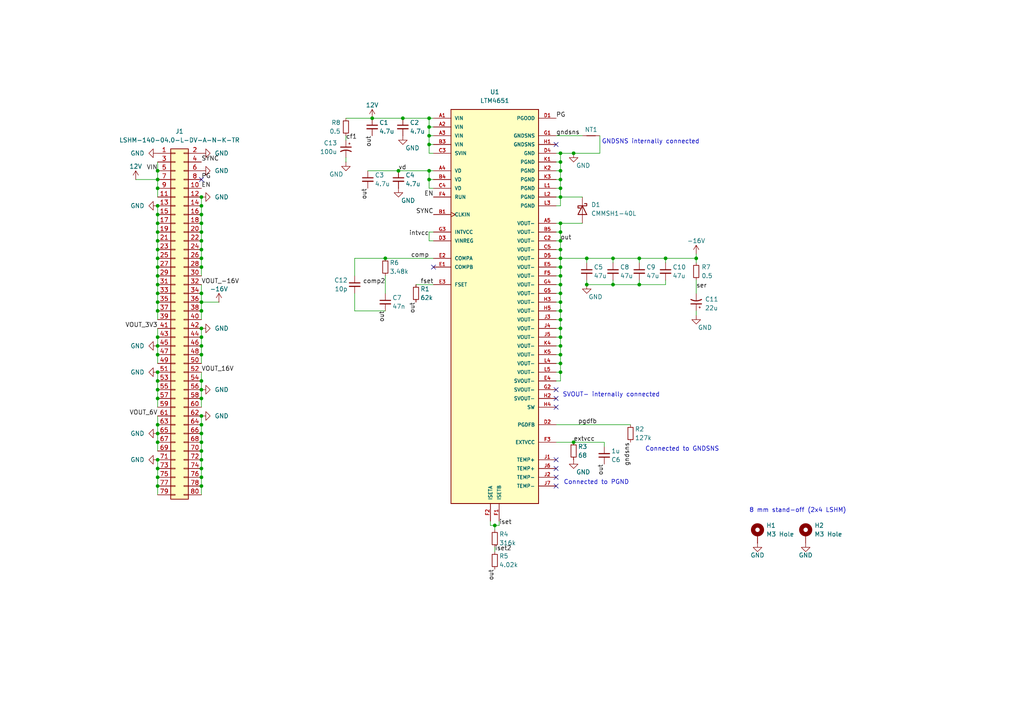
<source format=kicad_sch>
(kicad_sch (version 20250114) (generator "eeschema") (generator_version "9.0")
  (paper "A4")
  (lib_symbols
    (symbol "Connector_Generic:Conn_02x40_Odd_Even" (pin_names (offset 1.016) (hide yes))
      (property "Reference" "J" (at 1.27 50.8 0))
      (property "Value" "Conn_02x40_Odd_Even" (at 1.27 -53.34 0))
      (symbol "Conn_02x40_Odd_Even_1_1"
        (pin passive line (at -5.08 48.26 0) (length 3.81) (name "Pin_1") (number "1"))
        (pin passive line (at -5.08 45.72 0) (length 3.81) (name "Pin_3") (number "3"))
        (pin passive line (at -5.08 43.18 0) (length 3.81) (name "Pin_5") (number "5"))
        (pin passive line (at -5.08 40.64 0) (length 3.81) (name "Pin_7") (number "7"))
        (pin passive line (at -5.08 38.1 0) (length 3.81) (name "Pin_9") (number "9"))
        (pin passive line (at -5.08 35.56 0) (length 3.81) (name "Pin_11") (number "11"))
        (pin passive line (at -5.08 33.02 0) (length 3.81) (name "Pin_13") (number "13"))
        (pin passive line (at -5.08 30.48 0) (length 3.81) (name "Pin_15") (number "15"))
        (pin passive line (at -5.08 27.94 0) (length 3.81) (name "Pin_17") (number "17"))
        (pin passive line (at -5.08 25.4 0) (length 3.81) (name "Pin_19") (number "19"))
        (pin passive line (at -5.08 22.86 0) (length 3.81) (name "Pin_21") (number "21"))
        (pin passive line (at -5.08 20.32 0) (length 3.81) (name "Pin_23") (number "23"))
        (pin passive line (at -5.08 17.78 0) (length 3.81) (name "Pin_25") (number "25"))
        (pin passive line (at -5.08 15.24 0) (length 3.81) (name "Pin_27") (number "27"))
        (pin passive line (at -5.08 12.7 0) (length 3.81) (name "Pin_29") (number "29"))
        (pin passive line (at -5.08 10.16 0) (length 3.81) (name "Pin_31") (number "31"))
        (pin passive line (at -5.08 7.62 0) (length 3.81) (name "Pin_33") (number "33"))
        (pin passive line (at -5.08 5.08 0) (length 3.81) (name "Pin_35") (number "35"))
        (pin passive line (at -5.08 2.54 0) (length 3.81) (name "Pin_37") (number "37"))
        (pin passive line (at -5.08 0 0) (length 3.81) (name "Pin_39") (number "39"))
        (pin passive line (at -5.08 -2.54 0) (length 3.81) (name "Pin_41") (number "41"))
        (pin passive line (at -5.08 -5.08 0) (length 3.81) (name "Pin_43") (number "43"))
        (pin passive line (at -5.08 -7.62 0) (length 3.81) (name "Pin_45") (number "45"))
        (pin passive line (at -5.08 -10.16 0) (length 3.81) (name "Pin_47") (number "47"))
        (pin passive line (at -5.08 -12.7 0) (length 3.81) (name "Pin_49") (number "49"))
        (pin passive line (at -5.08 -15.24 0) (length 3.81) (name "Pin_51") (number "51"))
        (pin passive line (at -5.08 -17.78 0) (length 3.81) (name "Pin_53") (number "53"))
        (pin passive line (at -5.08 -20.32 0) (length 3.81) (name "Pin_55") (number "55"))
        (pin passive line (at -5.08 -22.86 0) (length 3.81) (name "Pin_57") (number "57"))
        (pin passive line (at -5.08 -25.4 0) (length 3.81) (name "Pin_59") (number "59"))
        (pin passive line (at -5.08 -27.94 0) (length 3.81) (name "Pin_61") (number "61"))
        (pin passive line (at -5.08 -30.48 0) (length 3.81) (name "Pin_63") (number "63"))
        (pin passive line (at -5.08 -33.02 0) (length 3.81) (name "Pin_65") (number "65"))
        (pin passive line (at -5.08 -35.56 0) (length 3.81) (name "Pin_67") (number "67"))
        (pin passive line (at -5.08 -38.1 0) (length 3.81) (name "Pin_69") (number "69"))
        (pin passive line (at -5.08 -40.64 0) (length 3.81) (name "Pin_71") (number "71"))
        (pin passive line (at -5.08 -43.18 0) (length 3.81) (name "Pin_73") (number "73"))
        (pin passive line (at -5.08 -45.72 0) (length 3.81) (name "Pin_75") (number "75"))
        (pin passive line (at -5.08 -48.26 0) (length 3.81) (name "Pin_77") (number "77"))
        (pin passive line (at -5.08 -50.8 0) (length 3.81) (name "Pin_79") (number "79"))
        (pin passive line (at 7.62 48.26 180) (length 3.81) (name "Pin_2") (number "2"))
        (pin passive line (at 7.62 45.72 180) (length 3.81) (name "Pin_4") (number "4"))
        (pin passive line (at 7.62 43.18 180) (length 3.81) (name "Pin_6") (number "6"))
        (pin passive line (at 7.62 40.64 180) (length 3.81) (name "Pin_8") (number "8"))
        (pin passive line (at 7.62 38.1 180) (length 3.81) (name "Pin_10") (number "10"))
        (pin passive line (at 7.62 35.56 180) (length 3.81) (name "Pin_12") (number "12"))
        (pin passive line (at 7.62 33.02 180) (length 3.81) (name "Pin_14") (number "14"))
        (pin passive line (at 7.62 30.48 180) (length 3.81) (name "Pin_16") (number "16"))
        (pin passive line (at 7.62 27.94 180) (length 3.81) (name "Pin_18") (number "18"))
        (pin passive line (at 7.62 25.4 180) (length 3.81) (name "Pin_20") (number "20"))
        (pin passive line (at 7.62 22.86 180) (length 3.81) (name "Pin_22") (number "22"))
        (pin passive line (at 7.62 20.32 180) (length 3.81) (name "Pin_24") (number "24"))
        (pin passive line (at 7.62 17.78 180) (length 3.81) (name "Pin_26") (number "26"))
        (pin passive line (at 7.62 15.24 180) (length 3.81) (name "Pin_28") (number "28"))
        (pin passive line (at 7.62 12.7 180) (length 3.81) (name "Pin_30") (number "30"))
        (pin passive line (at 7.62 10.16 180) (length 3.81) (name "Pin_32") (number "32"))
        (pin passive line (at 7.62 7.62 180) (length 3.81) (name "Pin_34") (number "34"))
        (pin passive line (at 7.62 5.08 180) (length 3.81) (name "Pin_36") (number "36"))
        (pin passive line (at 7.62 2.54 180) (length 3.81) (name "Pin_38") (number "38"))
        (pin passive line (at 7.62 0 180) (length 3.81) (name "Pin_40") (number "40"))
        (pin passive line (at 7.62 -2.54 180) (length 3.81) (name "Pin_42") (number "42"))
        (pin passive line (at 7.62 -5.08 180) (length 3.81) (name "Pin_44") (number "44"))
        (pin passive line (at 7.62 -7.62 180) (length 3.81) (name "Pin_46") (number "46"))
        (pin passive line (at 7.62 -10.16 180) (length 3.81) (name "Pin_48") (number "48"))
        (pin passive line (at 7.62 -12.7 180) (length 3.81) (name "Pin_50") (number "50"))
        (pin passive line (at 7.62 -15.24 180) (length 3.81) (name "Pin_52") (number "52"))
        (pin passive line (at 7.62 -17.78 180) (length 3.81) (name "Pin_54") (number "54"))
        (pin passive line (at 7.62 -20.32 180) (length 3.81) (name "Pin_56") (number "56"))
        (pin passive line (at 7.62 -22.86 180) (length 3.81) (name "Pin_58") (number "58"))
        (pin passive line (at 7.62 -25.4 180) (length 3.81) (name "Pin_60") (number "60"))
        (pin passive line (at 7.62 -27.94 180) (length 3.81) (name "Pin_62") (number "62"))
        (pin passive line (at 7.62 -30.48 180) (length 3.81) (name "Pin_64") (number "64"))
        (pin passive line (at 7.62 -33.02 180) (length 3.81) (name "Pin_66") (number "66"))
        (pin passive line (at 7.62 -35.56 180) (length 3.81) (name "Pin_68") (number "68"))
        (pin passive line (at 7.62 -38.1 180) (length 3.81) (name "Pin_70") (number "70"))
        (pin passive line (at 7.62 -40.64 180) (length 3.81) (name "Pin_72") (number "72"))
        (pin passive line (at 7.62 -43.18 180) (length 3.81) (name "Pin_74") (number "74"))
        (pin passive line (at 7.62 -45.72 180) (length 3.81) (name "Pin_76") (number "76"))
        (pin passive line (at 7.62 -48.26 180) (length 3.81) (name "Pin_78") (number "78"))
        (pin passive line (at 7.62 -50.8 180) (length 3.81) (name "Pin_80") (number "80"))
      )
    )
    (symbol "Device:C_Polarized_Small_US" (pin_numbers (hide yes)) (pin_names (offset 0.254) (hide yes))
      (property "Reference" "C" (at 0.254 1.778 0))
      (property "Value" "C_Polarized_Small_US" (at 0.254 -2.032 0))
      (symbol "C_Polarized_Small_US_1_1"
        (pin passive line (at 0 2.54 270) (length 2.032) (name "~") (number "1"))
        (pin passive line (at 0 -2.54 90) (length 2.032) (name "~") (number "2"))
      )
    )
    (symbol "Device:C_Small" (pin_numbers (hide yes)) (pin_names (offset 0.254) (hide yes))
      (property "Reference" "C" (at 0.254 1.778 0))
      (property "Value" "C_Small" (at 0.254 -2.032 0))
      (symbol "C_Small_1_1"
        (pin passive line (at 0 2.54 270) (length 2.032) (name "~") (number "1"))
        (pin passive line (at 0 -2.54 90) (length 2.032) (name "~") (number "2"))
      )
    )
    (symbol "Device:D_Schottky" (pin_numbers (hide yes)) (pin_names (offset 1.016) (hide yes))
      (property "Reference" "D" (at 0 2.54 0))
      (property "Value" "D_Schottky" (at 0 -2.54 0))
      (symbol "D_Schottky_1_1"
        (pin passive line (at -3.81 0 0) (length 2.54) (name "K") (number "1"))
        (pin passive line (at 3.81 0 180) (length 2.54) (name "A") (number "2"))
      )
    )
    (symbol "Device:NetTie_2" (pin_numbers (hide yes)) (pin_names (offset 0) (hide yes)) (in_bom no)
      (property "Reference" "NT" (at 0 1.27 0))
      (property "Value" "NetTie_2" (at 0 -1.27 0))
      (symbol "NetTie_2_1_1"
        (pin passive line (at -2.54 0 0) (length 2.54) (name "1") (number "1"))
        (pin passive line (at 2.54 0 180) (length 2.54) (name "2") (number "2"))
      )
    )
    (symbol "Device:R_Small" (pin_numbers (hide yes)) (pin_names (offset 0.254) (hide yes))
      (property "Reference" "R" (at 0 0 90))
      (property "Value" "R_Small" (at 1.778 0 90))
      (symbol "R_Small_1_1"
        (pin passive line (at 0 2.54 270) (length 0.762) (name "~") (number "1"))
        (pin passive line (at 0 -2.54 90) (length 0.762) (name "~") (number "2"))
      )
    )
    (symbol "Mechanical:MountingHole_Pad" (pin_numbers (hide yes)) (pin_names (offset 1.016) (hide yes)) (in_bom no)
      (property "Reference" "H" (at 0 6.35 0))
      (property "Value" "MountingHole_Pad" (at 0 4.445 0))
      (symbol "MountingHole_Pad_1_1"
        (pin input line (at 0 -2.54 90) (length 2.54) (name "1") (number "1"))
      )
    )
    (symbol "lib:LTM4651EY_PBF" (pin_names (offset 1.016))
      (property "Reference" "U" (at -12.7 36.449 0))
      (property "Value" "LTM4651EY_PBF" (at -3.048 -106.172 0))
      (symbol "LTM4651EY_PBF_0_0"
        (pin input line (at -17.78 33.02 0) (length 5.08) (name "VIN") (number "A1"))
        (pin input line (at -17.78 22.86 0) (length 5.08) (name "SVIN") (number "C3"))
        (pin output line (at -17.78 17.78 0) (length 5.08) (name "VD") (number "A4"))
        (pin input line (at -17.78 10.16 0) (length 5.08) (name "RUN") (number "F4"))
        (pin input clock (at -17.78 5.08 0) (length 5.08) (name "CLKIN") (number "B1"))
        (pin output line (at -17.78 0 0) (length 5.08) (name "INTVCC") (number "G3"))
        (pin input line (at -17.78 -2.54 0) (length 5.08) (name "VINREG") (number "D3"))
        (pin passive line (at -17.78 -7.62 0) (length 5.08) (name "COMPA") (number "E2"))
        (pin passive line (at -17.78 -10.16 0) (length 5.08) (name "COMPB") (number "E1"))
        (pin input line (at -17.78 -15.24 0) (length 5.08) (name "FSET") (number "E3"))
        (pin input line (at -1.27 -83.82 90) (length 5.08) (name "ISETA") (number "F2"))
        (pin input line (at 1.27 -83.82 90) (length 5.08) (name "ISETB") (number "F1"))
        (pin output line (at 17.78 33.02 180) (length 5.08) (name "PGOOD") (number "D1"))
        (pin power_in line (at 17.78 27.94 180) (length 5.08) (name "GNDSNS") (number "G1"))
        (pin power_in line (at 17.78 22.86 180) (length 5.08) (name "GND") (number "D4"))
        (pin power_in line (at 17.78 20.32 180) (length 5.08) (name "PGND") (number "K1"))
        (pin output line (at 17.78 2.54 180) (length 5.08) (name "VOUT-") (number "A5"))
        (pin input line (at 17.78 -43.18 180) (length 5.08) (name "SVOUT-") (number "E4"))
        (pin output line (at 17.78 -50.8 180) (length 5.08) (name "SW") (number "H4"))
        (pin input line (at 17.78 -55.88 180) (length 5.08) (name "PGDFB") (number "D2"))
        (pin input line (at 17.78 -60.96 180) (length 5.08) (name "EXTVCC") (number "F3"))
        (pin input line (at 17.78 -66.04 180) (length 5.08) (name "TEMP+") (number "J1"))
        (pin input line (at 17.78 -71.12 180) (length 5.08) (name "TEMP-") (number "J2"))
      )
      (symbol "LTM4651EY_PBF_1_0"
        (pin input line (at -17.78 30.48 0) (length 5.08) (name "VIN") (number "A2"))
        (pin input line (at -17.78 27.94 0) (length 5.08) (name "VIN") (number "A3"))
        (pin input line (at -17.78 25.4 0) (length 5.08) (name "VIN") (number "B3"))
        (pin output line (at -17.78 15.24 0) (length 5.08) (name "VD") (number "B4"))
        (pin output line (at -17.78 12.7 0) (length 5.08) (name "VD") (number "C4"))
        (pin power_in line (at 17.78 25.4 180) (length 5.08) (name "GNDSNS") (number "H1"))
        (pin power_in line (at 17.78 17.78 180) (length 5.08) (name "PGND") (number "K2"))
        (pin power_in line (at 17.78 15.24 180) (length 5.08) (name "PGND") (number "K3"))
        (pin power_in line (at 17.78 12.7 180) (length 5.08) (name "PGND") (number "L1"))
        (pin power_in line (at 17.78 10.16 180) (length 5.08) (name "PGND") (number "L2"))
        (pin power_in line (at 17.78 7.62 180) (length 5.08) (name "PGND") (number "L3"))
        (pin output line (at 17.78 0 180) (length 5.08) (name "VOUT-") (number "B5"))
        (pin output line (at 17.78 -2.54 180) (length 5.08) (name "VOUT-") (number "C2"))
        (pin output line (at 17.78 -5.08 180) (length 5.08) (name "VOUT-") (number "C5"))
        (pin output line (at 17.78 -7.62 180) (length 5.08) (name "VOUT-") (number "D5"))
        (pin output line (at 17.78 -10.16 180) (length 5.08) (name "VOUT-") (number "E5"))
        (pin output line (at 17.78 -12.7 180) (length 5.08) (name "VOUT-") (number "F5"))
        (pin output line (at 17.78 -15.24 180) (length 5.08) (name "VOUT-") (number "G4"))
        (pin output line (at 17.78 -17.78 180) (length 5.08) (name "VOUT-") (number "G5"))
        (pin output line (at 17.78 -20.32 180) (length 5.08) (name "VOUT-") (number "H3"))
        (pin output line (at 17.78 -22.86 180) (length 5.08) (name "VOUT-") (number "H5"))
        (pin output line (at 17.78 -25.4 180) (length 5.08) (name "VOUT-") (number "J3"))
        (pin output line (at 17.78 -27.94 180) (length 5.08) (name "VOUT-") (number "J4"))
        (pin output line (at 17.78 -30.48 180) (length 5.08) (name "VOUT-") (number "J5"))
        (pin output line (at 17.78 -33.02 180) (length 5.08) (name "VOUT-") (number "K4"))
        (pin output line (at 17.78 -35.56 180) (length 5.08) (name "VOUT-") (number "K5"))
        (pin output line (at 17.78 -38.1 180) (length 5.08) (name "VOUT-") (number "L4"))
        (pin output line (at 17.78 -40.64 180) (length 5.08) (name "VOUT-") (number "L5"))
        (pin input line (at 17.78 -45.72 180) (length 5.08) (name "SVOUT-") (number "G2"))
        (pin input line (at 17.78 -48.26 180) (length 5.08) (name "SVOUT-") (number "H2"))
        (pin input line (at 17.78 -68.58 180) (length 5.08) (name "TEMP+") (number "J6"))
        (pin input line (at 17.78 -73.66 180) (length 5.08) (name "TEMP-") (number "J7"))
        (pin no_connect line (at 64.77 -74.93 180) (length 5.08) (hide yes) (name "NC") (number "A6"))
        (pin no_connect line (at 64.77 -77.47 180) (length 5.08) (hide yes) (name "NC__1") (number "A7"))
        (pin no_connect line (at 64.77 -80.01 180) (length 5.08) (hide yes) (name "NC__2") (number "B2"))
        (pin no_connect line (at 64.77 -82.55 180) (length 5.08) (hide yes) (name "NC__3") (number "B6"))
        (pin no_connect line (at 64.77 -85.09 180) (length 5.08) (hide yes) (name "NC__4") (number "B7"))
        (pin no_connect line (at 64.77 -87.63 180) (length 5.08) (hide yes) (name "NC__5") (number "C1"))
        (pin no_connect line (at 64.77 -90.17 180) (length 5.08) (hide yes) (name "NC__6") (number "C6"))
        (pin no_connect line (at 64.77 -92.71 180) (length 5.08) (hide yes) (name "NC__7") (number "C7"))
        (pin no_connect line (at 64.77 -95.25 180) (length 5.08) (hide yes) (name "NC__8") (number "D6"))
        (pin no_connect line (at 64.77 -97.79 180) (length 5.08) (hide yes) (name "NC__9") (number "D7"))
        (pin no_connect line (at 64.77 -100.33 180) (length 5.08) (hide yes) (name "NC__10") (number "E6"))
        (pin no_connect line (at 64.77 -102.87 180) (length 5.08) (hide yes) (name "NC__11") (number "E7"))
        (pin no_connect line (at 64.77 -105.41 180) (length 5.08) (hide yes) (name "NC__12") (number "F6"))
        (pin no_connect line (at 64.77 -107.95 180) (length 5.08) (hide yes) (name "NC__13") (number "F7"))
        (pin no_connect line (at 64.77 -110.49 180) (length 5.08) (hide yes) (name "NC__14") (number "G6"))
        (pin no_connect line (at 64.77 -113.03 180) (length 5.08) (hide yes) (name "NC__15") (number "G7"))
        (pin no_connect line (at 64.77 -115.57 180) (length 5.08) (hide yes) (name "NC__16") (number "H6"))
        (pin no_connect line (at 64.77 -118.11 180) (length 5.08) (hide yes) (name "NC__17") (number "H7"))
        (pin no_connect line (at 64.77 -120.65 180) (length 5.08) (hide yes) (name "NC__18") (number "K6"))
        (pin no_connect line (at 64.77 -123.19 180) (length 5.08) (hide yes) (name "NC__19") (number "K7"))
        (pin no_connect line (at 64.77 -125.73 180) (length 5.08) (hide yes) (name "NC__20") (number "L6"))
        (pin no_connect line (at 64.77 -128.27 180) (length 5.08) (hide yes) (name "NC__21") (number "L7"))
      )
    )
    (symbol "power:+12V" (power) (pin_numbers (hide yes)) (pin_names (offset 0) (hide yes))
      (property "Value" "+12V" (at 0 3.556 0))
      (symbol "+12V_1_1"
        (pin power_in line (at 0 0 90) (length 0) (name "~") (number "1"))
      )
    )
    (symbol "power:GND" (power) (pin_numbers (hide yes)) (pin_names (offset 0) (hide yes))
      (property "Value" "GND" (at 0 -3.81 0))
      (symbol "GND_1_1"
        (pin power_in line (at 0 0 270) (length 0) (name "~") (number "1"))
      )
    )
  )
  (text "SVOUT- internally connected\n" (at 177.292 114.554 0) (effects (font (size 1.27 1.27))))
  (text "8 mm stand-off (2x4 LSHM)" (at 231.394 148.082 0) (effects (font (size 1.27 1.27))))
  (text "Connected to GNDSNS\n" (at 197.866 130.302 0) (effects (font (size 1.27 1.27))))
  (text "GNDSNS internally connected\n" (at 188.722 41.148 0) (effects (font (size 1.27 1.27))))
  (text "Connected to PGND" (at 172.974 139.954 0) (effects (font (size 1.27 1.27))))
  (junction (at 58.42 140.97))
  (junction (at 45.72 128.27))
  (junction (at 162.56 95.25))
  (junction (at 162.56 54.61))
  (junction (at 124.46 52.07))
  (junction (at 58.42 59.69))
  (junction (at 58.42 74.93))
  (junction (at 162.56 107.95))
  (junction (at 143.51 152.4))
  (junction (at 45.72 80.01))
  (junction (at 58.42 123.19))
  (junction (at 45.72 133.35))
  (junction (at 124.46 39.37))
  (junction (at 58.42 85.09))
  (junction (at 58.42 128.27))
  (junction (at 162.56 57.15))
  (junction (at 45.72 74.93))
  (junction (at 58.42 130.81))
  (junction (at 45.72 62.23))
  (junction (at 58.42 113.03))
  (junction (at 162.56 67.31))
  (junction (at 45.72 138.43))
  (junction (at 107.95 34.29))
  (junction (at 170.18 82.55))
  (junction (at 58.42 133.35))
  (junction (at 58.42 110.49))
  (junction (at 170.18 74.93))
  (junction (at 58.42 138.43))
  (junction (at 45.72 69.85))
  (junction (at 45.72 135.89))
  (junction (at 58.42 135.89))
  (junction (at 45.72 125.73))
  (junction (at 162.56 92.71))
  (junction (at 45.72 123.19))
  (junction (at 58.42 67.31))
  (junction (at 58.42 120.65))
  (junction (at 45.72 82.55))
  (junction (at 45.72 49.53))
  (junction (at 58.42 64.77))
  (junction (at 58.42 100.33))
  (junction (at 45.72 72.39))
  (junction (at 162.56 100.33))
  (junction (at 58.42 102.87))
  (junction (at 45.72 100.33))
  (junction (at 45.72 87.63))
  (junction (at 124.46 34.29))
  (junction (at 162.56 46.99))
  (junction (at 162.56 77.47))
  (junction (at 45.72 113.03))
  (junction (at 116.84 34.29))
  (junction (at 58.42 87.63))
  (junction (at 45.72 97.79))
  (junction (at 58.42 90.17))
  (junction (at 166.37 128.27))
  (junction (at 45.72 90.17))
  (junction (at 162.56 97.79))
  (junction (at 58.42 77.47))
  (junction (at 45.72 102.87))
  (junction (at 58.42 72.39))
  (junction (at 162.56 87.63))
  (junction (at 193.04 74.93))
  (junction (at 162.56 85.09))
  (junction (at 162.56 105.41))
  (junction (at 162.56 74.93))
  (junction (at 58.42 57.15))
  (junction (at 45.72 140.97))
  (junction (at 45.72 67.31))
  (junction (at 45.72 110.49))
  (junction (at 162.56 69.85))
  (junction (at 58.42 62.23))
  (junction (at 115.57 49.53))
  (junction (at 162.56 72.39))
  (junction (at 185.42 74.93))
  (junction (at 58.42 125.73))
  (junction (at 124.46 41.91))
  (junction (at 124.46 36.83))
  (junction (at 58.42 69.85))
  (junction (at 45.72 54.61))
  (junction (at 162.56 64.77))
  (junction (at 162.56 102.87))
  (junction (at 45.72 107.95))
  (junction (at 111.76 74.93))
  (junction (at 162.56 44.45))
  (junction (at 177.8 82.55))
  (junction (at 58.42 97.79))
  (junction (at 45.72 85.09))
  (junction (at 162.56 82.55))
  (junction (at 162.56 52.07))
  (junction (at 58.42 95.25))
  (junction (at 45.72 115.57))
  (junction (at 185.42 82.55))
  (junction (at 124.46 49.53))
  (junction (at 45.72 52.07))
  (junction (at 201.93 74.93))
  (junction (at 162.56 80.01))
  (junction (at 45.72 77.47))
  (junction (at 58.42 115.57))
  (junction (at 166.37 44.45))
  (junction (at 45.72 59.69))
  (junction (at 162.56 90.17))
  (junction (at 45.72 64.77))
  (junction (at 162.56 49.53))
  (junction (at 177.8 74.93))
  (no_connect (at 161.29 138.43))
  (no_connect (at 161.29 113.03))
  (no_connect (at 161.29 133.35))
  (no_connect (at 161.29 118.11))
  (no_connect (at 125.73 77.47))
  (no_connect (at 58.42 52.07))
  (no_connect (at 161.29 135.89))
  (no_connect (at 161.29 140.97))
  (no_connect (at 161.29 115.57))
  (no_connect (at 161.29 41.91))
  (wire (pts (xy 161.29 77.47) (xy 162.56 77.47)))
  (wire (pts (xy 162.56 46.99) (xy 162.56 44.45)))
  (wire (pts (xy 102.87 85.09) (xy 102.87 90.17)))
  (wire (pts (xy 125.73 44.45) (xy 124.46 44.45)))
  (wire (pts (xy 161.29 97.79) (xy 162.56 97.79)))
  (wire (pts (xy 144.78 151.13) (xy 144.78 152.4)))
  (wire (pts (xy 161.29 69.85) (xy 162.56 69.85)))
  (wire (pts (xy 45.72 138.43) (xy 45.72 140.97)))
  (wire (pts (xy 45.72 120.65) (xy 45.72 123.19)))
  (wire (pts (xy 162.56 57.15) (xy 162.56 54.61)))
  (wire (pts (xy 58.42 107.95) (xy 58.42 110.49)))
  (wire (pts (xy 45.72 140.97) (xy 45.72 143.51)))
  (wire (pts (xy 58.42 77.47) (xy 58.42 80.01)))
  (wire (pts (xy 45.72 67.31) (xy 45.72 69.85)))
  (wire (pts (xy 161.29 92.71) (xy 162.56 92.71)))
  (wire (pts (xy 124.46 36.83) (xy 125.73 36.83)))
  (wire (pts (xy 161.29 39.37) (xy 168.91 39.37)))
  (wire (pts (xy 58.42 113.03) (xy 58.42 115.57)))
  (wire (pts (xy 58.42 85.09) (xy 58.42 87.63)))
  (wire (pts (xy 161.29 80.01) (xy 162.56 80.01)))
  (wire (pts (xy 201.93 76.2) (xy 201.93 74.93)))
  (wire (pts (xy 142.24 151.13) (xy 142.24 152.4)))
  (wire (pts (xy 124.46 44.45) (xy 124.46 41.91)))
  (wire (pts (xy 162.56 44.45) (xy 161.29 44.45)))
  (wire (pts (xy 161.29 46.99) (xy 162.56 46.99)))
  (wire (pts (xy 45.72 54.61) (xy 45.72 57.15)))
  (wire (pts (xy 58.42 140.97) (xy 58.42 143.51)))
  (wire (pts (xy 162.56 57.15) (xy 168.91 57.15)))
  (wire (pts (xy 102.87 80.01) (xy 102.87 74.93)))
  (wire (pts (xy 58.42 87.63) (xy 58.42 90.17)))
  (wire (pts (xy 58.42 97.79) (xy 58.42 100.33)))
  (wire (pts (xy 162.56 59.69) (xy 162.56 57.15)))
  (wire (pts (xy 161.29 107.95) (xy 162.56 107.95)))
  (wire (pts (xy 162.56 102.87) (xy 162.56 105.41)))
  (wire (pts (xy 45.72 82.55) (xy 45.72 85.09)))
  (wire (pts (xy 45.72 52.07) (xy 45.72 54.61)))
  (wire (pts (xy 107.95 34.29) (xy 116.84 34.29)))
  (wire (pts (xy 45.72 107.95) (xy 45.72 110.49)))
  (wire (pts (xy 45.72 115.57) (xy 45.72 118.11)))
  (wire (pts (xy 125.73 52.07) (xy 124.46 52.07)))
  (wire (pts (xy 45.72 123.19) (xy 45.72 125.73)))
  (wire (pts (xy 58.42 128.27) (xy 58.42 130.81)))
  (wire (pts (xy 185.42 81.28) (xy 185.42 82.55)))
  (wire (pts (xy 142.24 152.4) (xy 143.51 152.4)))
  (wire (pts (xy 162.56 90.17) (xy 162.56 92.71)))
  (wire (pts (xy 45.72 113.03) (xy 45.72 115.57)))
  (wire (pts (xy 170.18 74.93) (xy 177.8 74.93)))
  (wire (pts (xy 45.72 64.77) (xy 45.72 67.31)))
  (wire (pts (xy 177.8 82.55) (xy 185.42 82.55)))
  (wire (pts (xy 143.51 153.67) (xy 143.51 152.4)))
  (wire (pts (xy 201.93 74.93) (xy 193.04 74.93)))
  (wire (pts (xy 124.46 67.31) (xy 124.46 69.85)))
  (wire (pts (xy 161.29 110.49) (xy 162.56 110.49)))
  (wire (pts (xy 161.29 128.27) (xy 166.37 128.27)))
  (wire (pts (xy 58.42 130.81) (xy 58.42 133.35)))
  (wire (pts (xy 175.26 129.54) (xy 175.26 128.27)))
  (wire (pts (xy 170.18 82.55) (xy 177.8 82.55)))
  (wire (pts (xy 161.29 90.17) (xy 162.56 90.17)))
  (wire (pts (xy 161.29 105.41) (xy 162.56 105.41)))
  (wire (pts (xy 58.42 120.65) (xy 58.42 123.19)))
  (wire (pts (xy 162.56 97.79) (xy 162.56 100.33)))
  (wire (pts (xy 193.04 74.93) (xy 185.42 74.93)))
  (wire (pts (xy 58.42 62.23) (xy 58.42 64.77)))
  (wire (pts (xy 45.72 125.73) (xy 45.72 128.27)))
  (wire (pts (xy 161.29 82.55) (xy 162.56 82.55)))
  (wire (pts (xy 45.72 49.53) (xy 45.72 46.99)))
  (wire (pts (xy 100.33 34.29) (xy 107.95 34.29)))
  (wire (pts (xy 58.42 57.15) (xy 58.42 59.69)))
  (wire (pts (xy 166.37 44.45) (xy 173.99 44.45)))
  (wire (pts (xy 193.04 81.28) (xy 193.04 82.55)))
  (wire (pts (xy 58.42 138.43) (xy 58.42 140.97)))
  (wire (pts (xy 58.42 64.77) (xy 58.42 67.31)))
  (wire (pts (xy 185.42 74.93) (xy 177.8 74.93)))
  (wire (pts (xy 162.56 74.93) (xy 170.18 74.93)))
  (wire (pts (xy 111.76 85.09) (xy 111.76 80.01)))
  (wire (pts (xy 161.29 52.07) (xy 162.56 52.07)))
  (wire (pts (xy 124.46 34.29) (xy 125.73 34.29)))
  (wire (pts (xy 45.72 128.27) (xy 45.72 130.81)))
  (wire (pts (xy 124.46 39.37) (xy 125.73 39.37)))
  (wire (pts (xy 161.29 100.33) (xy 162.56 100.33)))
  (wire (pts (xy 45.72 74.93) (xy 45.72 77.47)))
  (wire (pts (xy 124.46 49.53) (xy 125.73 49.53)))
  (wire (pts (xy 201.93 85.09) (xy 201.93 81.28)))
  (wire (pts (xy 161.29 85.09) (xy 162.56 85.09)))
  (wire (pts (xy 161.29 95.25) (xy 162.56 95.25)))
  (wire (pts (xy 45.72 72.39) (xy 45.72 74.93)))
  (wire (pts (xy 175.26 128.27) (xy 166.37 128.27)))
  (wire (pts (xy 201.93 73.66) (xy 201.93 74.93)))
  (wire (pts (xy 162.56 100.33) (xy 162.56 102.87)))
  (wire (pts (xy 162.56 64.77) (xy 168.91 64.77)))
  (wire (pts (xy 162.56 74.93) (xy 162.56 77.47)))
  (wire (pts (xy 125.73 54.61) (xy 124.46 54.61)))
  (wire (pts (xy 58.42 74.93) (xy 58.42 77.47)))
  (wire (pts (xy 162.56 69.85) (xy 162.56 72.39)))
  (wire (pts (xy 124.46 39.37) (xy 124.46 36.83)))
  (wire (pts (xy 161.29 59.69) (xy 162.56 59.69)))
  (wire (pts (xy 45.72 133.35) (xy 45.72 135.89)))
  (wire (pts (xy 161.29 49.53) (xy 162.56 49.53)))
  (wire (pts (xy 161.29 72.39) (xy 162.56 72.39)))
  (wire (pts (xy 162.56 95.25) (xy 162.56 97.79)))
  (wire (pts (xy 162.56 87.63) (xy 162.56 90.17)))
  (wire (pts (xy 45.72 97.79) (xy 45.72 100.33)))
  (wire (pts (xy 102.87 90.17) (xy 111.76 90.17)))
  (wire (pts (xy 124.46 49.53) (xy 124.46 52.07)))
  (wire (pts (xy 58.42 125.73) (xy 58.42 128.27)))
  (wire (pts (xy 58.42 135.89) (xy 58.42 138.43)))
  (wire (pts (xy 201.93 91.44) (xy 201.93 90.17)))
  (wire (pts (xy 161.29 74.93) (xy 162.56 74.93)))
  (wire (pts (xy 162.56 72.39) (xy 162.56 74.93)))
  (wire (pts (xy 193.04 76.2) (xy 193.04 74.93)))
  (wire (pts (xy 173.99 39.37) (xy 173.99 44.45)))
  (wire (pts (xy 58.42 67.31) (xy 58.42 69.85)))
  (wire (pts (xy 161.29 123.19) (xy 182.88 123.19)))
  (wire (pts (xy 162.56 77.47) (xy 162.56 80.01)))
  (wire (pts (xy 45.72 87.63) (xy 45.72 90.17)))
  (wire (pts (xy 45.72 62.23) (xy 45.72 64.77)))
  (wire (pts (xy 45.72 100.33) (xy 45.72 102.87)))
  (wire (pts (xy 161.29 67.31) (xy 162.56 67.31)))
  (wire (pts (xy 100.33 45.72) (xy 100.33 46.99)))
  (wire (pts (xy 58.42 69.85) (xy 58.42 72.39)))
  (wire (pts (xy 45.72 110.49) (xy 45.72 113.03)))
  (wire (pts (xy 45.72 102.87) (xy 45.72 105.41)))
  (wire (pts (xy 162.56 80.01) (xy 162.56 82.55)))
  (wire (pts (xy 170.18 82.55) (xy 170.18 81.28)))
  (wire (pts (xy 161.29 54.61) (xy 162.56 54.61)))
  (wire (pts (xy 45.72 49.53) (xy 45.72 52.07)))
  (wire (pts (xy 115.57 49.53) (xy 124.46 49.53)))
  (wire (pts (xy 161.29 102.87) (xy 162.56 102.87)))
  (wire (pts (xy 124.46 69.85) (xy 125.73 69.85)))
  (wire (pts (xy 162.56 64.77) (xy 162.56 67.31)))
  (wire (pts (xy 124.46 52.07) (xy 124.46 54.61)))
  (wire (pts (xy 124.46 36.83) (xy 124.46 34.29)))
  (wire (pts (xy 162.56 105.41) (xy 162.56 107.95)))
  (wire (pts (xy 45.72 135.89) (xy 45.72 138.43)))
  (wire (pts (xy 162.56 44.45) (xy 166.37 44.45)))
  (wire (pts (xy 58.42 72.39) (xy 58.42 74.93)))
  (wire (pts (xy 143.51 152.4) (xy 144.78 152.4)))
  (wire (pts (xy 45.72 80.01) (xy 45.72 82.55)))
  (wire (pts (xy 177.8 74.93) (xy 177.8 76.2)))
  (wire (pts (xy 58.42 90.17) (xy 58.42 92.71)))
  (wire (pts (xy 58.42 100.33) (xy 58.42 102.87)))
  (wire (pts (xy 120.65 82.55) (xy 125.73 82.55)))
  (wire (pts (xy 100.33 40.64) (xy 100.33 39.37)))
  (wire (pts (xy 143.51 160.02) (xy 143.51 158.75)))
  (wire (pts (xy 102.87 74.93) (xy 111.76 74.93)))
  (wire (pts (xy 58.42 95.25) (xy 58.42 97.79)))
  (wire (pts (xy 162.56 49.53) (xy 162.56 46.99)))
  (wire (pts (xy 161.29 64.77) (xy 162.56 64.77)))
  (wire (pts (xy 177.8 81.28) (xy 177.8 82.55)))
  (wire (pts (xy 58.42 102.87) (xy 58.42 105.41)))
  (wire (pts (xy 162.56 54.61) (xy 162.56 52.07)))
  (wire (pts (xy 58.42 115.57) (xy 58.42 118.11)))
  (wire (pts (xy 162.56 82.55) (xy 162.56 85.09)))
  (wire (pts (xy 125.73 67.31) (xy 124.46 67.31)))
  (wire (pts (xy 111.76 74.93) (xy 125.73 74.93)))
  (wire (pts (xy 162.56 52.07) (xy 162.56 49.53)))
  (wire (pts (xy 162.56 85.09) (xy 162.56 87.63)))
  (wire (pts (xy 185.42 74.93) (xy 185.42 76.2)))
  (wire (pts (xy 161.29 57.15) (xy 162.56 57.15)))
  (wire (pts (xy 124.46 41.91) (xy 124.46 39.37)))
  (wire (pts (xy 162.56 67.31) (xy 162.56 69.85)))
  (wire (pts (xy 58.42 123.19) (xy 58.42 125.73)))
  (wire (pts (xy 58.42 133.35) (xy 58.42 135.89)))
  (wire (pts (xy 39.37 52.07) (xy 45.72 52.07)))
  (wire (pts (xy 58.42 110.49) (xy 58.42 113.03)))
  (wire (pts (xy 58.42 59.69) (xy 58.42 62.23)))
  (wire (pts (xy 162.56 92.71) (xy 162.56 95.25)))
  (wire (pts (xy 185.42 82.55) (xy 193.04 82.55)))
  (wire (pts (xy 170.18 76.2) (xy 170.18 74.93)))
  (wire (pts (xy 106.68 49.53) (xy 115.57 49.53)))
  (wire (pts (xy 58.42 82.55) (xy 58.42 85.09)))
  (wire (pts (xy 124.46 41.91) (xy 125.73 41.91)))
  (wire (pts (xy 45.72 77.47) (xy 45.72 80.01)))
  (wire (pts (xy 45.72 95.25) (xy 45.72 97.79)))
  (wire (pts (xy 45.72 59.69) (xy 45.72 62.23)))
  (wire (pts (xy 58.42 87.63) (xy 63.5 87.63)))
  (wire (pts (xy 45.72 85.09) (xy 45.72 87.63)))
  (wire (pts (xy 162.56 107.95) (xy 162.56 110.49)))
  (wire (pts (xy 45.72 90.17) (xy 45.72 92.71)))
  (wire (pts (xy 116.84 34.29) (xy 124.46 34.29)))
  (wire (pts (xy 45.72 69.85) (xy 45.72 72.39)))
  (wire (pts (xy 161.29 87.63) (xy 162.56 87.63)))
  (label "out" (at 143.51 165.1 270))
  (label "ser" (at 201.93 83.82 0))
  (label "fset" (at 125.73 82.55 180))
  (label "out" (at 175.26 134.62 270))
  (label "VOUT_-16V" (at 58.42 82.55 0))
  (label "iset2" (at 143.51 160.02 0))
  (label "comp" (at 124.46 74.93 180))
  (label "pgdfb" (at 167.64 123.19 0))
  (label "out" (at 107.95 39.37 270))
  (label "PG" (at 58.42 52.07 0))
  (label "SYNC" (at 125.73 62.23 180))
  (label "VOUT_3V3" (at 45.72 95.25 180))
  (label "out" (at 120.65 87.63 270))
  (label "gndsns" (at 182.88 128.27 270))
  (label "extvcc" (at 166.37 128.27 0))
  (label "iset" (at 144.78 152.4 0))
  (label "VOUT_6V" (at 45.72 120.65 180))
  (label "cf1" (at 100.33 40.64 0))
  (label "intvcc" (at 124.46 68.58 180))
  (label "EN" (at 125.73 57.15 180))
  (label "VIN" (at 45.72 49.53 180))
  (label "vd" (at 115.57 49.53 0))
  (label "EN" (at 58.42 54.61 0))
  (label "out" (at 111.76 90.17 270))
  (label "out" (at 106.68 54.61 270))
  (label "VOUT_16V" (at 58.42 107.95 0))
  (label "comp2" (at 111.76 82.55 180))
  (label "PG" (at 161.29 34.29 0))
  (label "SYNC" (at 58.42 46.99 0))
  (label "gndsns" (at 161.29 39.37 0))
  (label "out" (at 162.5391 69.85 0))
  (symbol (lib_id "power:GND") (at 58.42 95.25 90) (unit 1)
    (property "Reference" "#PWR014" (effects (hide yes)))
    (property "Value" "GND" (at 62.23 95.2499 90) (effects (justify right)))
    (property "Description" "Power symbol creates a global label with name \"GND\" , ground" (effects (hide yes)))
  )
  (symbol (lib_id "power:+12V") (at 201.93 73.66 0) (unit 1)
    (property "Reference" "#PWR011" (effects (hide yes)))
    (property "Value" "-16V" (at 201.93 69.85 0))
    (property "Description" "Power symbol creates a global label with name \"+12V\"" (effects (hide yes)))
  )
  (symbol (lib_id "Device:R_Small") (at 111.76 77.47 0) (unit 1)
    (property "Reference" "R6" (at 113.03 76.2 0) (effects (justify left)))
    (property "Value" "3.48k" (at 113.03 78.74 0) (effects (justify left)))
    (property "Footprint" "Resistor_SMD:R_0402_1005Metric" (effects (hide yes)))
    (property "Description" "3.48 kOhms ±1% 0.1W, 1/10W Chip Resistor 0402 (1005 Metric) Automotive AEC-Q200 Thick Film" (effects (hide yes)))
    (property "M" "Vishay" (effects (hide yes)))
    (property "MPN" "CRCW04023K48FKED" (effects (hide yes)))
  )
  (symbol (lib_id "power:GND") (at 166.37 44.45 0) (unit 1)
    (property "Reference" "#PWR05" (effects (hide yes)))
    (property "Value" "GND" (at 169.164 48.006 0))
    (property "Description" "Power symbol creates a global label with name \"GND\" , ground" (effects (hide yes)))
  )
  (symbol (lib_id "power:GND") (at 45.72 59.69 270) (unit 1)
    (property "Reference" "#PWR010" (effects (hide yes)))
    (property "Value" "GND" (at 41.91 59.6899 90) (effects (justify right)))
    (property "Description" "Power symbol creates a global label with name \"GND\" , ground" (effects (hide yes)))
  )
  (symbol (lib_id "power:+12V") (at 63.5 87.63 0) (unit 1)
    (property "Reference" "#PWR013" (effects (hide yes)))
    (property "Value" "-16V" (at 63.5 83.82 0))
    (property "Description" "Power symbol creates a global label with name \"+12V\"" (effects (hide yes)))
  )
  (symbol (lib_id "power:GND") (at 166.37 133.35 0) (unit 1)
    (property "Reference" "#PWR022" (effects (hide yes)))
    (property "Value" "GND" (at 169.164 136.906 0))
    (property "Description" "Power symbol creates a global label with name \"GND\" , ground" (effects (hide yes)))
  )
  (symbol (lib_id "Device:C_Small") (at 170.18 78.74 0) (unit 1)
    (property "Reference" "C5" (at 172.212 77.47 0) (effects (justify left)))
    (property "Value" "47u" (at 172.212 80.01 0) (effects (justify left)))
    (property "Footprint" "Capacitor_SMD:C_1210_3225Metric" (effects (hide yes)))
    (property "Description" "47 µF ±20% 25V Ceramic Capacitor X5R 1210 (3225 Metric)" (effects (hide yes)))
    (property "M" "TAIYO YUDEN" (effects (hide yes)))
    (property "MPN" "TMK325ABJ476MM-P" (effects (hide yes)))
  )
  (symbol (lib_id "Device:C_Small") (at 102.87 82.55 0) (mirror y) (unit 1)
    (property "Reference" "C12" (at 100.838 81.28 0) (effects (justify left)))
    (property "Value" "10p" (at 100.838 83.82 0) (effects (justify left)))
    (property "Footprint" "Capacitor_SMD:C_0603_1608Metric" (effects (hide yes)))
    (property "Description" "10 pF ±1% 100V Ceramic Capacitor C0G, NP0 0603 (1608 Metric)" (effects (hide yes)))
    (property "M" "Murata" (effects (hide yes)))
    (property "MPN" "GCM1885C2A100FA16D" (effects (hide yes)))
  )
  (symbol (lib_id "Device:C_Small") (at 175.26 132.08 0) (mirror x) (unit 1)
    (property "Reference" "C6" (at 177.292 133.35 0) (effects (justify left)))
    (property "Value" "1u" (at 177.292 130.81 0) (effects (justify left)))
    (property "Footprint" "Capacitor_SMD:C_0805_2012Metric" (effects (hide yes)))
    (property "Description" "1 µF ±10% 50V Ceramic Capacitor X7R 0805 (2012 Metric)" (effects (hide yes)))
    (property "M" "Murata" (effects (hide yes)))
    (property "MPN" "GCM21BR71H105KA03L" (effects (hide yes)))
  )
  (symbol (lib_id "power:GND") (at 58.42 49.53 90) (unit 1)
    (property "Reference" "#PWR06" (effects (hide yes)))
    (property "Value" "GND" (at 62.23 49.5299 90) (effects (justify right)))
    (property "Description" "Power symbol creates a global label with name \"GND\" , ground" (effects (hide yes)))
  )
  (symbol (lib_id "power:GND") (at 45.72 133.35 270) (unit 1)
    (property "Reference" "#PWR021" (effects (hide yes)))
    (property "Value" "GND" (at 41.91 133.3499 90) (effects (justify right)))
    (property "Description" "Power symbol creates a global label with name \"GND\" , ground" (effects (hide yes)))
  )
  (symbol (lib_id "lib:LTM4651EY_PBF") (at 143.51 67.31 0) (unit 1)
    (property "Reference" "U1" (at 143.51 26.67 0))
    (property "Value" "LTM4651" (at 143.51 29.21 0))
    (property "Footprint" "lib:LTM4651" (effects (hide yes)))
    (property "Description" "Non-Isolated PoL Module DC DC Converter 1 Output -0.5 ~ -26.5V 3.6V - 58V Input" (effects (hide yes)))
    (property "M" "Analog Devices" (effects (hide yes)))
    (property "MPN" "LTM4651EY#PBF" (effects (hide yes)))
  )
  (symbol (lib_id "Device:C_Polarized_Small_US") (at 201.93 87.63 180) (unit 1)
    (property "Reference" "C11" (at 204.47 86.7917 0) (effects (justify right)))
    (property "Value" "22u" (at 204.47 89.3317 0) (effects (justify right)))
    (property "Footprint" "Capacitor_Tantalum_SMD:CP_EIA-7343-20_Kemet-V" (effects (hide yes)))
    (property "Description" "22 µF Molded Tantalum Polymer Capacitor 25 V 2917 (7343 Metric) 40mOhm @ 100kHz" (effects (hide yes)))
    (property "M" "KEMET" (effects (hide yes)))
    (property "MPN" "T521V226M025ATE040" (effects (hide yes)))
  )
  (symbol (lib_id "Device:C_Small") (at 185.42 78.74 0) (unit 1)
    (property "Reference" "C9" (at 187.452 77.47 0) (effects (justify left)))
    (property "Value" "47u" (at 187.452 80.01 0) (effects (justify left)))
    (property "Footprint" "Capacitor_SMD:C_1210_3225Metric" (effects (hide yes)))
    (property "Description" "47 µF ±20% 25V Ceramic Capacitor X5R 1210 (3225 Metric)" (effects (hide yes)))
    (property "M" "TAIYO YUDEN" (effects (hide yes)))
    (property "MPN" "TMK325ABJ476MM-P" (effects (hide yes)))
  )
  (symbol (lib_id "Device:C_Small") (at 106.68 52.07 0) (unit 1)
    (property "Reference" "C3" (at 108.712 50.8 0) (effects (justify left)))
    (property "Value" "4.7u" (at 108.712 53.34 0) (effects (justify left)))
    (property "Footprint" "Capacitor_SMD:C_1210_3225Metric" (effects (hide yes)))
    (property "Description" "4.7 µF ±10% 80V Ceramic Capacitor X7R 1210 (3225 Metric)" (effects (hide yes)))
    (property "M" "Murata" (effects (hide yes)))
    (property "MPN" "GRM32ER71K475KE14L" (effects (hide yes)))
  )
  (symbol (lib_id "Device:R_Small") (at 100.33 36.83 0) (mirror y) (unit 1)
    (property "Reference" "R8" (at 98.806 35.56 0) (effects (justify left)))
    (property "Value" "0.5" (at 98.806 38.1 0) (effects (justify left)))
    (property "Footprint" "Resistor_SMD:R_0603_1608Metric" (effects (hide yes)))
    (property "Description" "500 mOhms ±1% 0.2W, 1/5W Chip Resistor 0603 (1608 Metric) Automotive AEC-Q200, Current Sense, Moisture Resistant Thick Film" (effects (hide yes)))
    (property "M" "Vishay" (effects (hide yes)))
    (property "MPN" "RCWE0603R500FKEA" (effects (hide yes)))
  )
  (symbol (lib_id "Device:R_Small") (at 143.51 156.21 0) (unit 1)
    (property "Reference" "R4" (at 144.78 154.94 0) (effects (justify left)))
    (property "Value" "316k" (at 144.78 157.48 0) (effects (justify left)))
    (property "Footprint" "Resistor_SMD:R_0402_1005Metric" (effects (hide yes)))
    (property "Description" "316 kOhms ±1% 0.063W, 1/16W Chip Resistor 0402 (1005 Metric) Automotive AEC-Q200 Thick Film" (effects (hide yes)))
    (property "M" "Vishay" (effects (hide yes)))
    (property "MPN" "CRCW0402316KFKED" (effects (hide yes)))
  )
  (symbol (lib_id "power:+12V") (at 39.37 52.07 0) (unit 1)
    (property "Reference" "#PWR07" (effects (hide yes)))
    (property "Value" "12V" (at 39.37 48.26 0))
    (property "Description" "Power symbol creates a global label with name \"+12V\"" (effects (hide yes)))
  )
  (symbol (lib_id "power:GND") (at 219.71 157.48 0) (unit 1)
    (property "Reference" "#PWR023" (effects (hide yes)))
    (property "Value" "GND" (at 221.742 161.036 0) (effects (justify right)))
    (property "Description" "Power symbol creates a global label with name \"GND\" , ground" (effects (hide yes)))
  )
  (symbol (lib_id "power:GND") (at 58.42 44.45 90) (unit 1)
    (property "Reference" "#PWR04" (effects (hide yes)))
    (property "Value" "GND" (at 62.23 44.4499 90) (effects (justify right)))
    (property "Description" "Power symbol creates a global label with name \"GND\" , ground" (effects (hide yes)))
  )
  (symbol (lib_id "power:GND") (at 115.57 54.61 0) (unit 1)
    (property "Reference" "#PWR08" (effects (hide yes)))
    (property "Value" "GND" (at 118.364 58.166 0))
    (property "Description" "Power symbol creates a global label with name \"GND\" , ground" (effects (hide yes)))
  )
  (symbol (lib_id "power:GND") (at 45.72 107.95 270) (unit 1)
    (property "Reference" "#PWR016" (effects (hide yes)))
    (property "Value" "GND" (at 41.91 107.9499 90) (effects (justify right)))
    (property "Description" "Power symbol creates a global label with name \"GND\" , ground" (effects (hide yes)))
  )
  (symbol (lib_id "Device:C_Small") (at 177.8 78.74 0) (unit 1)
    (property "Reference" "C8" (at 179.832 77.47 0) (effects (justify left)))
    (property "Value" "47u" (at 179.832 80.01 0) (effects (justify left)))
    (property "Footprint" "Capacitor_SMD:C_1210_3225Metric" (effects (hide yes)))
    (property "Description" "47 µF ±20% 25V Ceramic Capacitor X5R 1210 (3225 Metric)" (effects (hide yes)))
    (property "M" "TAIYO YUDEN" (effects (hide yes)))
    (property "MPN" "TMK325ABJ476MM-P" (effects (hide yes)))
  )
  (symbol (lib_id "power:GND") (at 45.72 44.45 270) (unit 1)
    (property "Reference" "#PWR03" (effects (hide yes)))
    (property "Value" "GND" (at 41.91 44.4499 90) (effects (justify right)))
    (property "Description" "Power symbol creates a global label with name \"GND\" , ground" (effects (hide yes)))
  )
  (symbol (lib_id "Connector_Generic:Conn_02x40_Odd_Even") (at 50.8 92.71 0) (unit 1)
    (property "Reference" "J1" (at 52.07 38.1 0))
    (property "Value" "LSHM-140-04.0-L-DV-A-N-K-TR" (at 52.07 40.64 0))
    (property "Footprint" "lib:SAMTEC_LSHM-140-04.0-L-DV-A-N-K-TR" (effects (hide yes)))
    (property "Description" "80 Position Connector Self Mating, Non-Gendered, Hermaphroditic Surface Mount Gold" (effects (hide yes)))
    (property "M" "Samtec" (effects (hide yes)))
    (property "MPN" "LSHM-140-04.0-L-DV-A-N-K-TR" (effects (hide yes)))
  )
  (symbol (lib_id "Device:R_Small") (at 201.93 78.74 0) (unit 1)
    (property "Reference" "R7" (at 203.454 77.47 0) (effects (justify left)))
    (property "Value" "0.5" (at 203.454 80.01 0) (effects (justify left)))
    (property "Footprint" "Resistor_SMD:R_0603_1608Metric" (effects (hide yes)))
    (property "Description" "500 mOhms ±1% 0.2W, 1/5W Chip Resistor 0603 (1608 Metric) Automotive AEC-Q200, Current Sense, Moisture Resistant Thick Film" (effects (hide yes)))
    (property "M" "Vishay" (effects (hide yes)))
    (property "MPN" "RCWE0603R500FKEA" (effects (hide yes)))
  )
  (symbol (lib_id "power:GND") (at 116.84 39.37 0) (unit 1)
    (property "Reference" "#PWR02" (effects (hide yes)))
    (property "Value" "GND" (at 119.634 42.926 0))
    (property "Description" "Power symbol creates a global label with name \"GND\" , ground" (effects (hide yes)))
  )
  (symbol (lib_id "power:GND") (at 201.93 91.44 0) (mirror y) (unit 1)
    (property "Reference" "#PWR020" (effects (hide yes)))
    (property "Value" "GND" (at 204.47 94.996 0))
    (property "Description" "Power symbol creates a global label with name \"GND\" , ground" (effects (hide yes)))
  )
  (symbol (lib_id "Mechanical:MountingHole_Pad") (at 233.68 154.94 0) (unit 1) (in_bom no)
    (property "Reference" "H2" (at 236.22 152.3999 0) (effects (justify left)))
    (property "Value" "M3 Hole" (at 236.22 154.9399 0) (effects (justify left)))
    (property "Footprint" "MountingHole:MountingHole_3.2mm_M3_Pad_Via" (effects (hide yes)))
    (property "Description" "Mounting Hole with connection" (effects (hide yes)))
  )
  (symbol (lib_id "Device:R_Small") (at 143.51 162.56 0) (unit 1)
    (property "Reference" "R5" (at 144.78 161.29 0) (effects (justify left)))
    (property "Value" "4.02k" (at 144.78 163.83 0) (effects (justify left)))
    (property "Footprint" "Resistor_SMD:R_0402_1005Metric" (effects (hide yes)))
    (property "Description" "4.02 kOhms ±1% 0.063W, 1/16W Chip Resistor 0402 (1005 Metric) Automotive AEC-Q200 Thick Film" (effects (hide yes)))
    (property "M" "Vishay" (effects (hide yes)))
    (property "MPN" "CRCW04024K02FKED" (effects (hide yes)))
  )
  (symbol (lib_id "power:GND") (at 100.33 46.99 0) (mirror y) (unit 1)
    (property "Reference" "#PWR025" (effects (hide yes)))
    (property "Value" "GND" (at 97.536 50.546 0))
    (property "Description" "Power symbol creates a global label with name \"GND\" , ground" (effects (hide yes)))
  )
  (symbol (lib_id "power:GND") (at 45.72 100.33 270) (unit 1)
    (property "Reference" "#PWR015" (effects (hide yes)))
    (property "Value" "GND" (at 41.91 100.3299 90) (effects (justify right)))
    (property "Description" "Power symbol creates a global label with name \"GND\" , ground" (effects (hide yes)))
  )
  (symbol (lib_id "power:GND") (at 58.42 120.65 90) (unit 1)
    (property "Reference" "#PWR018" (effects (hide yes)))
    (property "Value" "GND" (at 62.23 120.6499 90) (effects (justify right)))
    (property "Description" "Power symbol creates a global label with name \"GND\" , ground" (effects (hide yes)))
  )
  (symbol (lib_id "Device:R_Small") (at 182.88 125.73 0) (unit 1)
    (property "Reference" "R2" (at 184.15 124.46 0) (effects (justify left)))
    (property "Value" "127k" (at 184.15 127 0) (effects (justify left)))
    (property "Footprint" "Resistor_SMD:R_0402_1005Metric" (effects (hide yes)))
    (property "Description" "127 kOhms ±1% 0.063W, 1/16W Chip Resistor 0402 (1005 Metric) Thick Film" (effects (hide yes)))
    (property "M" "Vishay" (effects (hide yes)))
    (property "MPN" "CRCW0402127KFKEDC" (effects (hide yes)))
  )
  (symbol (lib_id "Device:R_Small") (at 120.65 85.09 0) (unit 1)
    (property "Reference" "R1" (at 121.92 83.82 0) (effects (justify left)))
    (property "Value" "62k" (at 121.92 86.36 0) (effects (justify left)))
    (property "Footprint" "Resistor_SMD:R_0402_1005Metric" (effects (hide yes)))
    (property "Description" "62 kOhms ±1% 0.063W, 1/16W Chip Resistor 0402 (1005 Metric) Automotive AEC-Q200 Thick Film" (effects (hide yes)))
    (property "M" "Vishay" (effects (hide yes)))
    (property "MPN" "CRCW040262K0FKED" (effects (hide yes)))
  )
  (symbol (lib_id "Device:D_Schottky") (at 168.91 60.96 270) (unit 1)
    (property "Reference" "D1" (at 171.45 59.3724 90) (effects (justify left)))
    (property "Value" "CMMSH1-40L" (at 171.45 61.9124 90) (effects (justify left)))
    (property "Footprint" "Diode_SMD:D_SOD-123F" (effects (hide yes)))
    (property "Description" "Diode 40 V 1A Surface Mount SOD-123F" (effects (hide yes)))
    (property "M" "Central Semiconductor Corp" (effects (hide yes)))
    (property "MPN" "CMMSH1-40L TR PBFREE" (effects (hide yes)))
  )
  (symbol (lib_id "Device:NetTie_2") (at 171.45 39.37 0) (unit 1) (in_bom no)
    (property "Reference" "NT1" (at 171.45 37.592 0))
    (property "Footprint" "NetTie:NetTie-2_SMD_Pad0.5mm" (effects (hide yes)))
    (property "Description" "Net tie, 2 pins" (effects (hide yes)))
  )
  (symbol (lib_id "Device:R_Small") (at 166.37 130.81 0) (unit 1)
    (property "Reference" "R3" (at 167.64 129.54 0) (effects (justify left)))
    (property "Value" "68" (at 167.64 132.08 0) (effects (justify left)))
    (property "Footprint" "Resistor_SMD:R_0402_1005Metric" (effects (hide yes)))
    (property "Description" "68 Ohms ±1% 0.2W, 1/5W Chip Resistor 0402 (1005 Metric) Automotive AEC-Q200, Pulse Withstanding Thick Film" (effects (hide yes)))
    (property "M" "Vishay" (effects (hide yes)))
    (property "MPN" "CRCW040268R0FKEDHP" (effects (hide yes)))
  )
  (symbol (lib_id "power:+12V") (at 107.95 34.29 0) (unit 1)
    (property "Reference" "#PWR01" (effects (hide yes)))
    (property "Value" "12V" (at 107.95 30.48 0))
    (property "Description" "Power symbol creates a global label with name \"+12V\"" (effects (hide yes)))
  )
  (symbol (lib_id "power:GND") (at 170.18 82.55 0) (mirror y) (unit 1)
    (property "Reference" "#PWR012" (effects (hide yes)))
    (property "Value" "GND" (at 172.72 86.106 0))
    (property "Description" "Power symbol creates a global label with name \"GND\" , ground" (effects (hide yes)))
  )
  (symbol (lib_id "Device:C_Small") (at 107.95 36.83 0) (unit 1)
    (property "Reference" "C1" (at 109.982 35.56 0) (effects (justify left)))
    (property "Value" "4.7u" (at 109.982 38.1 0) (effects (justify left)))
    (property "Footprint" "Capacitor_SMD:C_1210_3225Metric" (effects (hide yes)))
    (property "Description" "4.7 µF ±10% 80V Ceramic Capacitor X7R 1210 (3225 Metric)" (effects (hide yes)))
    (property "M" "Murata" (effects (hide yes)))
    (property "MPN" "GRM32ER71K475KE14L" (effects (hide yes)))
  )
  (symbol (lib_id "Device:C_Small") (at 116.84 36.83 0) (unit 1)
    (property "Reference" "C2" (at 118.872 35.56 0) (effects (justify left)))
    (property "Value" "4.7u" (at 118.872 38.1 0) (effects (justify left)))
    (property "Footprint" "Capacitor_SMD:C_1210_3225Metric" (effects (hide yes)))
    (property "Description" "4.7 µF ±10% 80V Ceramic Capacitor X7R 1210 (3225 Metric)" (effects (hide yes)))
    (property "M" "Murata" (effects (hide yes)))
    (property "MPN" "GRM32ER71K475KE14L" (effects (hide yes)))
  )
  (symbol (lib_id "power:GND") (at 58.42 113.03 90) (unit 1)
    (property "Reference" "#PWR017" (effects (hide yes)))
    (property "Value" "GND" (at 62.23 113.0299 90) (effects (justify right)))
    (property "Description" "Power symbol creates a global label with name \"GND\" , ground" (effects (hide yes)))
  )
  (symbol (lib_id "Device:C_Small") (at 115.57 52.07 0) (unit 1)
    (property "Reference" "C4" (at 117.602 50.8 0) (effects (justify left)))
    (property "Value" "4.7u" (at 117.602 53.34 0) (effects (justify left)))
    (property "Footprint" "Capacitor_SMD:C_1210_3225Metric" (effects (hide yes)))
    (property "Description" "4.7 µF ±10% 80V Ceramic Capacitor X7R 1210 (3225 Metric)" (effects (hide yes)))
    (property "M" "Murata" (effects (hide yes)))
    (property "MPN" "GRM32ER71K475KE14L" (effects (hide yes)))
  )
  (symbol (lib_id "power:GND") (at 45.72 125.73 270) (unit 1)
    (property "Reference" "#PWR019" (effects (hide yes)))
    (property "Value" "GND" (at 41.91 125.7299 90) (effects (justify right)))
    (property "Description" "Power symbol creates a global label with name \"GND\" , ground" (effects (hide yes)))
  )
  (symbol (lib_id "power:GND") (at 58.42 57.15 90) (unit 1)
    (property "Reference" "#PWR09" (effects (hide yes)))
    (property "Value" "GND" (at 62.23 57.1499 90) (effects (justify right)))
    (property "Description" "Power symbol creates a global label with name \"GND\" , ground" (effects (hide yes)))
  )
  (symbol (lib_id "Device:C_Small") (at 111.76 87.63 0) (unit 1)
    (property "Reference" "C7" (at 113.792 86.36 0) (effects (justify left)))
    (property "Value" "47n" (at 113.792 88.9 0) (effects (justify left)))
    (property "Footprint" "Capacitor_SMD:C_1206_3216Metric" (effects (hide yes)))
    (property "Description" "0.047 µF ±1% 50V Ceramic Capacitor C0G, NP0 1206 (3216 Metric)" (effects (hide yes)))
    (property "M" "Murata" (effects (hide yes)))
    (property "MPN" "GCM31M5C1H473FA16L" (effects (hide yes)))
  )
  (symbol (lib_id "Device:C_Polarized_Small_US") (at 100.33 43.18 0) (mirror y) (unit 1)
    (property "Reference" "C13" (at 97.79 41.4781 0) (effects (justify left)))
    (property "Value" "100u" (at 97.79 44.0181 0) (effects (justify left)))
    (property "Footprint" "lib:T521X" (effects (hide yes)))
    (property "Description" "100 µF Molded Tantalum Polymer Capacitor 25 V 2917 (7343 Metric) 60mOhm @ 100kHz" (effects (hide yes)))
    (property "M" "Kemet" (effects (hide yes)))
    (property "MPN" "T521X107M025ATE060" (effects (hide yes)))
  )
  (symbol (lib_id "power:GND") (at 233.68 157.48 0) (unit 1)
    (property "Reference" "#PWR024" (effects (hide yes)))
    (property "Value" "GND" (at 235.712 161.036 0) (effects (justify right)))
    (property "Description" "Power symbol creates a global label with name \"GND\" , ground" (effects (hide yes)))
  )
  (symbol (lib_id "Device:C_Small") (at 193.04 78.74 0) (unit 1)
    (property "Reference" "C10" (at 195.072 77.47 0) (effects (justify left)))
    (property "Value" "47u" (at 195.072 80.01 0) (effects (justify left)))
    (property "Footprint" "Capacitor_SMD:C_1210_3225Metric" (effects (hide yes)))
    (property "Description" "47 µF ±20% 25V Ceramic Capacitor X5R 1210 (3225 Metric)" (effects (hide yes)))
    (property "M" "TAIYO YUDEN" (effects (hide yes)))
    (property "MPN" "TMK325ABJ476MM-P" (effects (hide yes)))
  )
  (symbol (lib_id "Mechanical:MountingHole_Pad") (at 219.71 154.94 0) (unit 1) (in_bom no)
    (property "Reference" "H1" (at 222.25 152.3999 0) (effects (justify left)))
    (property "Value" "M3 Hole" (at 222.25 154.9399 0) (effects (justify left)))
    (property "Footprint" "MountingHole:MountingHole_3.2mm_M3_Pad_Via" (effects (hide yes)))
    (property "Description" "Mounting Hole with connection" (effects (hide yes)))
  )
)
</source>
